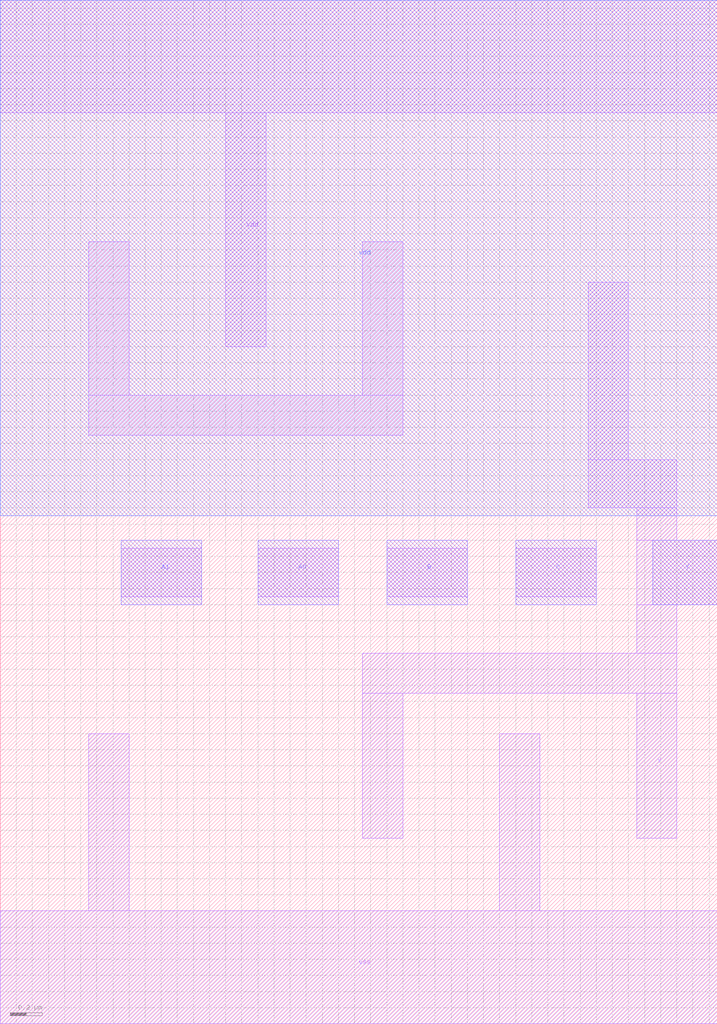
<source format=lef>
VERSION 5.7 ;
  NOWIREEXTENSIONATPIN ON ;
  DIVIDERCHAR "/" ;
  BUSBITCHARS "[]" ;
MACRO gf180mcu_osu_sc_gp9t3v3_aoi211_1
  CLASS BLOCK ;
  FOREIGN gf180mcu_osu_sc_gp9t3v3_aoi211_1 ;
  ORIGIN 0.900 0.900 ;
  SIZE 4.450 BY 6.350 ;
  PIN vdd
    DIRECTION INOUT ;
    USE POWER ;
    SHAPE ABUTMENT ;
    PORT
      LAYER Nwell ;
        RECT -0.900 2.250 3.550 5.450 ;
      LAYER Metal1 ;
        RECT -0.900 4.750 3.550 5.450 ;
        RECT 0.500 3.300 0.750 4.750 ;
    END
  END vdd
  PIN A0
    DIRECTION INPUT ;
    USE SIGNAL ;
    ANTENNAGATEAREA 0.765000 ;
    PORT
      LAYER Metal1 ;
        RECT 0.700 1.750 1.200 2.050 ;
      LAYER Metal2 ;
        RECT 0.700 1.700 1.200 2.100 ;
    END
  END A0
  PIN A1
    DIRECTION INPUT ;
    USE SIGNAL ;
    ANTENNAGATEAREA 0.765000 ;
    PORT
      LAYER Metal1 ;
        RECT -0.150 1.750 0.350 2.050 ;
      LAYER Metal2 ;
        RECT -0.150 1.700 0.350 2.100 ;
    END
  END A1
  PIN B
    DIRECTION INPUT ;
    USE SIGNAL ;
    ANTENNAGATEAREA 0.765000 ;
    PORT
      LAYER Metal1 ;
        RECT 1.500 1.750 2.000 2.050 ;
      LAYER Metal2 ;
        RECT 1.500 1.700 2.000 2.100 ;
    END
  END B
  PIN C
    DIRECTION INPUT ;
    USE SIGNAL ;
    ANTENNAGATEAREA 0.765000 ;
    PORT
      LAYER Metal1 ;
        RECT 2.300 1.750 2.800 2.050 ;
      LAYER Metal2 ;
        RECT 2.300 1.700 2.800 2.100 ;
    END
  END C
  PIN Y
    DIRECTION OUTPUT ;
    USE SIGNAL ;
    ANTENNADIFFAREA 1.742500 ;
    PORT
      LAYER Metal1 ;
        RECT 2.750 2.600 3.000 3.700 ;
        RECT 2.750 2.300 3.300 2.600 ;
        RECT 3.050 2.100 3.300 2.300 ;
        RECT 3.050 1.700 3.550 2.100 ;
        RECT 3.050 1.400 3.300 1.700 ;
        RECT 1.350 1.150 3.300 1.400 ;
        RECT 1.350 0.250 1.600 1.150 ;
        RECT 3.050 0.250 3.300 1.150 ;
      LAYER Metal2 ;
        RECT 3.150 1.700 3.550 2.100 ;
    END
  END Y
  PIN vss
    DIRECTION INOUT ;
    USE GROUND ;
    SHAPE ABUTMENT ;
    PORT
      LAYER Metal1 ;
        RECT -0.350 -0.200 -0.100 0.900 ;
        RECT 2.200 -0.200 2.450 0.900 ;
        RECT -0.900 -0.900 3.550 -0.200 ;
    END
  END vss
  OBS
      LAYER Metal1 ;
        RECT -0.350 3.000 -0.100 3.950 ;
        RECT 1.350 3.000 1.600 3.950 ;
        RECT -0.350 2.750 1.600 3.000 ;
  END
END gf180mcu_osu_sc_gp9t3v3_aoi211_1
END LIBRARY


</source>
